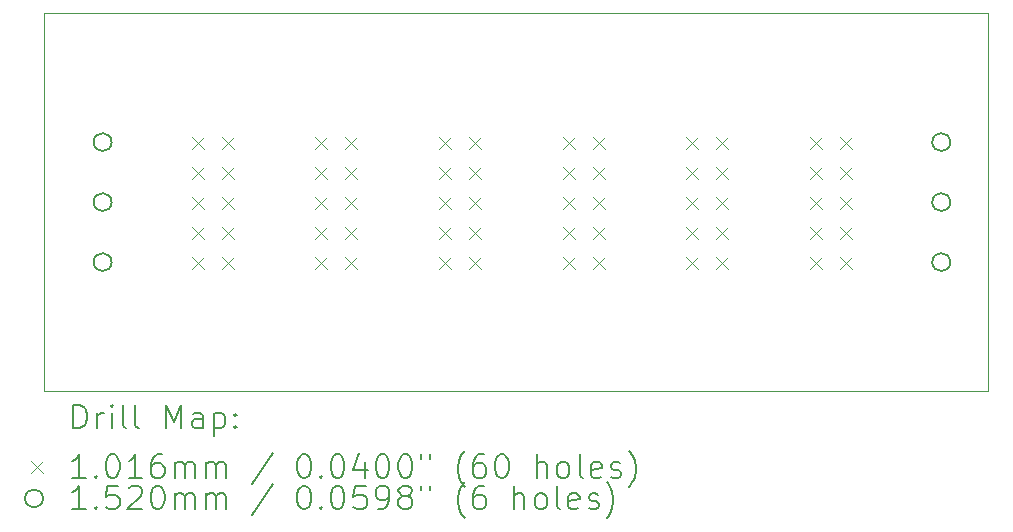
<source format=gbr>
%FSLAX45Y45*%
G04 Gerber Fmt 4.5, Leading zero omitted, Abs format (unit mm)*
G04 Created by KiCad (PCBNEW (6.0.0)) date 2022-01-31 19:36:31*
%MOMM*%
%LPD*%
G01*
G04 APERTURE LIST*
%TA.AperFunction,Profile*%
%ADD10C,0.100000*%
%TD*%
%ADD11C,0.200000*%
%ADD12C,0.101600*%
%ADD13C,0.152000*%
G04 APERTURE END LIST*
D10*
X10000000Y-6700000D02*
X18000000Y-6700000D01*
X18000000Y-6700000D02*
X18000000Y-9900000D01*
X18000000Y-9900000D02*
X10000000Y-9900000D01*
X10000000Y-9900000D02*
X10000000Y-6700000D01*
D11*
D12*
X11255200Y-7749200D02*
X11356800Y-7850800D01*
X11356800Y-7749200D02*
X11255200Y-7850800D01*
X11255200Y-8003200D02*
X11356800Y-8104800D01*
X11356800Y-8003200D02*
X11255200Y-8104800D01*
X11255200Y-8257200D02*
X11356800Y-8358800D01*
X11356800Y-8257200D02*
X11255200Y-8358800D01*
X11255200Y-8511200D02*
X11356800Y-8612800D01*
X11356800Y-8511200D02*
X11255200Y-8612800D01*
X11255200Y-8765200D02*
X11356800Y-8866800D01*
X11356800Y-8765200D02*
X11255200Y-8866800D01*
X11509200Y-7749200D02*
X11610800Y-7850800D01*
X11610800Y-7749200D02*
X11509200Y-7850800D01*
X11509200Y-8003200D02*
X11610800Y-8104800D01*
X11610800Y-8003200D02*
X11509200Y-8104800D01*
X11509200Y-8257200D02*
X11610800Y-8358800D01*
X11610800Y-8257200D02*
X11509200Y-8358800D01*
X11509200Y-8511200D02*
X11610800Y-8612800D01*
X11610800Y-8511200D02*
X11509200Y-8612800D01*
X11509200Y-8765200D02*
X11610800Y-8866800D01*
X11610800Y-8765200D02*
X11509200Y-8866800D01*
X12302200Y-7749200D02*
X12403800Y-7850800D01*
X12403800Y-7749200D02*
X12302200Y-7850800D01*
X12302200Y-8003200D02*
X12403800Y-8104800D01*
X12403800Y-8003200D02*
X12302200Y-8104800D01*
X12302200Y-8257200D02*
X12403800Y-8358800D01*
X12403800Y-8257200D02*
X12302200Y-8358800D01*
X12302200Y-8511200D02*
X12403800Y-8612800D01*
X12403800Y-8511200D02*
X12302200Y-8612800D01*
X12302200Y-8765200D02*
X12403800Y-8866800D01*
X12403800Y-8765200D02*
X12302200Y-8866800D01*
X12556200Y-7749200D02*
X12657800Y-7850800D01*
X12657800Y-7749200D02*
X12556200Y-7850800D01*
X12556200Y-8003200D02*
X12657800Y-8104800D01*
X12657800Y-8003200D02*
X12556200Y-8104800D01*
X12556200Y-8257200D02*
X12657800Y-8358800D01*
X12657800Y-8257200D02*
X12556200Y-8358800D01*
X12556200Y-8511200D02*
X12657800Y-8612800D01*
X12657800Y-8511200D02*
X12556200Y-8612800D01*
X12556200Y-8765200D02*
X12657800Y-8866800D01*
X12657800Y-8765200D02*
X12556200Y-8866800D01*
X13349200Y-7749200D02*
X13450800Y-7850800D01*
X13450800Y-7749200D02*
X13349200Y-7850800D01*
X13349200Y-8003200D02*
X13450800Y-8104800D01*
X13450800Y-8003200D02*
X13349200Y-8104800D01*
X13349200Y-8257200D02*
X13450800Y-8358800D01*
X13450800Y-8257200D02*
X13349200Y-8358800D01*
X13349200Y-8511200D02*
X13450800Y-8612800D01*
X13450800Y-8511200D02*
X13349200Y-8612800D01*
X13349200Y-8765200D02*
X13450800Y-8866800D01*
X13450800Y-8765200D02*
X13349200Y-8866800D01*
X13603200Y-7749200D02*
X13704800Y-7850800D01*
X13704800Y-7749200D02*
X13603200Y-7850800D01*
X13603200Y-8003200D02*
X13704800Y-8104800D01*
X13704800Y-8003200D02*
X13603200Y-8104800D01*
X13603200Y-8257200D02*
X13704800Y-8358800D01*
X13704800Y-8257200D02*
X13603200Y-8358800D01*
X13603200Y-8511200D02*
X13704800Y-8612800D01*
X13704800Y-8511200D02*
X13603200Y-8612800D01*
X13603200Y-8765200D02*
X13704800Y-8866800D01*
X13704800Y-8765200D02*
X13603200Y-8866800D01*
X14396200Y-7749200D02*
X14497800Y-7850800D01*
X14497800Y-7749200D02*
X14396200Y-7850800D01*
X14396200Y-8003200D02*
X14497800Y-8104800D01*
X14497800Y-8003200D02*
X14396200Y-8104800D01*
X14396200Y-8257200D02*
X14497800Y-8358800D01*
X14497800Y-8257200D02*
X14396200Y-8358800D01*
X14396200Y-8511200D02*
X14497800Y-8612800D01*
X14497800Y-8511200D02*
X14396200Y-8612800D01*
X14396200Y-8765200D02*
X14497800Y-8866800D01*
X14497800Y-8765200D02*
X14396200Y-8866800D01*
X14650200Y-7749200D02*
X14751800Y-7850800D01*
X14751800Y-7749200D02*
X14650200Y-7850800D01*
X14650200Y-8003200D02*
X14751800Y-8104800D01*
X14751800Y-8003200D02*
X14650200Y-8104800D01*
X14650200Y-8257200D02*
X14751800Y-8358800D01*
X14751800Y-8257200D02*
X14650200Y-8358800D01*
X14650200Y-8511200D02*
X14751800Y-8612800D01*
X14751800Y-8511200D02*
X14650200Y-8612800D01*
X14650200Y-8765200D02*
X14751800Y-8866800D01*
X14751800Y-8765200D02*
X14650200Y-8866800D01*
X15443200Y-7749200D02*
X15544800Y-7850800D01*
X15544800Y-7749200D02*
X15443200Y-7850800D01*
X15443200Y-8003200D02*
X15544800Y-8104800D01*
X15544800Y-8003200D02*
X15443200Y-8104800D01*
X15443200Y-8257200D02*
X15544800Y-8358800D01*
X15544800Y-8257200D02*
X15443200Y-8358800D01*
X15443200Y-8511200D02*
X15544800Y-8612800D01*
X15544800Y-8511200D02*
X15443200Y-8612800D01*
X15443200Y-8765200D02*
X15544800Y-8866800D01*
X15544800Y-8765200D02*
X15443200Y-8866800D01*
X15697200Y-7749200D02*
X15798800Y-7850800D01*
X15798800Y-7749200D02*
X15697200Y-7850800D01*
X15697200Y-8003200D02*
X15798800Y-8104800D01*
X15798800Y-8003200D02*
X15697200Y-8104800D01*
X15697200Y-8257200D02*
X15798800Y-8358800D01*
X15798800Y-8257200D02*
X15697200Y-8358800D01*
X15697200Y-8511200D02*
X15798800Y-8612800D01*
X15798800Y-8511200D02*
X15697200Y-8612800D01*
X15697200Y-8765200D02*
X15798800Y-8866800D01*
X15798800Y-8765200D02*
X15697200Y-8866800D01*
X16490200Y-7749200D02*
X16591800Y-7850800D01*
X16591800Y-7749200D02*
X16490200Y-7850800D01*
X16490200Y-8003200D02*
X16591800Y-8104800D01*
X16591800Y-8003200D02*
X16490200Y-8104800D01*
X16490200Y-8257200D02*
X16591800Y-8358800D01*
X16591800Y-8257200D02*
X16490200Y-8358800D01*
X16490200Y-8511200D02*
X16591800Y-8612800D01*
X16591800Y-8511200D02*
X16490200Y-8612800D01*
X16490200Y-8765200D02*
X16591800Y-8866800D01*
X16591800Y-8765200D02*
X16490200Y-8866800D01*
X16744200Y-7749200D02*
X16845800Y-7850800D01*
X16845800Y-7749200D02*
X16744200Y-7850800D01*
X16744200Y-8003200D02*
X16845800Y-8104800D01*
X16845800Y-8003200D02*
X16744200Y-8104800D01*
X16744200Y-8257200D02*
X16845800Y-8358800D01*
X16845800Y-8257200D02*
X16744200Y-8358800D01*
X16744200Y-8511200D02*
X16845800Y-8612800D01*
X16845800Y-8511200D02*
X16744200Y-8612800D01*
X16744200Y-8765200D02*
X16845800Y-8866800D01*
X16845800Y-8765200D02*
X16744200Y-8866800D01*
D13*
X10576000Y-7792000D02*
G75*
G03*
X10576000Y-7792000I-76000J0D01*
G01*
X10576000Y-8300000D02*
G75*
G03*
X10576000Y-8300000I-76000J0D01*
G01*
X10576000Y-8808000D02*
G75*
G03*
X10576000Y-8808000I-76000J0D01*
G01*
X17676000Y-7792000D02*
G75*
G03*
X17676000Y-7792000I-76000J0D01*
G01*
X17676000Y-8300000D02*
G75*
G03*
X17676000Y-8300000I-76000J0D01*
G01*
X17676000Y-8808000D02*
G75*
G03*
X17676000Y-8808000I-76000J0D01*
G01*
D11*
X10252619Y-10215476D02*
X10252619Y-10015476D01*
X10300238Y-10015476D01*
X10328810Y-10025000D01*
X10347857Y-10044048D01*
X10357381Y-10063095D01*
X10366905Y-10101190D01*
X10366905Y-10129762D01*
X10357381Y-10167857D01*
X10347857Y-10186905D01*
X10328810Y-10205952D01*
X10300238Y-10215476D01*
X10252619Y-10215476D01*
X10452619Y-10215476D02*
X10452619Y-10082143D01*
X10452619Y-10120238D02*
X10462143Y-10101190D01*
X10471667Y-10091667D01*
X10490714Y-10082143D01*
X10509762Y-10082143D01*
X10576429Y-10215476D02*
X10576429Y-10082143D01*
X10576429Y-10015476D02*
X10566905Y-10025000D01*
X10576429Y-10034524D01*
X10585952Y-10025000D01*
X10576429Y-10015476D01*
X10576429Y-10034524D01*
X10700238Y-10215476D02*
X10681190Y-10205952D01*
X10671667Y-10186905D01*
X10671667Y-10015476D01*
X10805000Y-10215476D02*
X10785952Y-10205952D01*
X10776429Y-10186905D01*
X10776429Y-10015476D01*
X11033571Y-10215476D02*
X11033571Y-10015476D01*
X11100238Y-10158333D01*
X11166905Y-10015476D01*
X11166905Y-10215476D01*
X11347857Y-10215476D02*
X11347857Y-10110714D01*
X11338333Y-10091667D01*
X11319286Y-10082143D01*
X11281190Y-10082143D01*
X11262143Y-10091667D01*
X11347857Y-10205952D02*
X11328809Y-10215476D01*
X11281190Y-10215476D01*
X11262143Y-10205952D01*
X11252619Y-10186905D01*
X11252619Y-10167857D01*
X11262143Y-10148810D01*
X11281190Y-10139286D01*
X11328809Y-10139286D01*
X11347857Y-10129762D01*
X11443095Y-10082143D02*
X11443095Y-10282143D01*
X11443095Y-10091667D02*
X11462143Y-10082143D01*
X11500238Y-10082143D01*
X11519286Y-10091667D01*
X11528809Y-10101190D01*
X11538333Y-10120238D01*
X11538333Y-10177381D01*
X11528809Y-10196429D01*
X11519286Y-10205952D01*
X11500238Y-10215476D01*
X11462143Y-10215476D01*
X11443095Y-10205952D01*
X11624048Y-10196429D02*
X11633571Y-10205952D01*
X11624048Y-10215476D01*
X11614524Y-10205952D01*
X11624048Y-10196429D01*
X11624048Y-10215476D01*
X11624048Y-10091667D02*
X11633571Y-10101190D01*
X11624048Y-10110714D01*
X11614524Y-10101190D01*
X11624048Y-10091667D01*
X11624048Y-10110714D01*
D12*
X9893400Y-10494200D02*
X9995000Y-10595800D01*
X9995000Y-10494200D02*
X9893400Y-10595800D01*
D11*
X10357381Y-10635476D02*
X10243095Y-10635476D01*
X10300238Y-10635476D02*
X10300238Y-10435476D01*
X10281190Y-10464048D01*
X10262143Y-10483095D01*
X10243095Y-10492619D01*
X10443095Y-10616429D02*
X10452619Y-10625952D01*
X10443095Y-10635476D01*
X10433571Y-10625952D01*
X10443095Y-10616429D01*
X10443095Y-10635476D01*
X10576429Y-10435476D02*
X10595476Y-10435476D01*
X10614524Y-10445000D01*
X10624048Y-10454524D01*
X10633571Y-10473571D01*
X10643095Y-10511667D01*
X10643095Y-10559286D01*
X10633571Y-10597381D01*
X10624048Y-10616429D01*
X10614524Y-10625952D01*
X10595476Y-10635476D01*
X10576429Y-10635476D01*
X10557381Y-10625952D01*
X10547857Y-10616429D01*
X10538333Y-10597381D01*
X10528810Y-10559286D01*
X10528810Y-10511667D01*
X10538333Y-10473571D01*
X10547857Y-10454524D01*
X10557381Y-10445000D01*
X10576429Y-10435476D01*
X10833571Y-10635476D02*
X10719286Y-10635476D01*
X10776429Y-10635476D02*
X10776429Y-10435476D01*
X10757381Y-10464048D01*
X10738333Y-10483095D01*
X10719286Y-10492619D01*
X11005000Y-10435476D02*
X10966905Y-10435476D01*
X10947857Y-10445000D01*
X10938333Y-10454524D01*
X10919286Y-10483095D01*
X10909762Y-10521190D01*
X10909762Y-10597381D01*
X10919286Y-10616429D01*
X10928810Y-10625952D01*
X10947857Y-10635476D01*
X10985952Y-10635476D01*
X11005000Y-10625952D01*
X11014524Y-10616429D01*
X11024048Y-10597381D01*
X11024048Y-10549762D01*
X11014524Y-10530714D01*
X11005000Y-10521190D01*
X10985952Y-10511667D01*
X10947857Y-10511667D01*
X10928810Y-10521190D01*
X10919286Y-10530714D01*
X10909762Y-10549762D01*
X11109762Y-10635476D02*
X11109762Y-10502143D01*
X11109762Y-10521190D02*
X11119286Y-10511667D01*
X11138333Y-10502143D01*
X11166905Y-10502143D01*
X11185952Y-10511667D01*
X11195476Y-10530714D01*
X11195476Y-10635476D01*
X11195476Y-10530714D02*
X11205000Y-10511667D01*
X11224048Y-10502143D01*
X11252619Y-10502143D01*
X11271667Y-10511667D01*
X11281190Y-10530714D01*
X11281190Y-10635476D01*
X11376428Y-10635476D02*
X11376428Y-10502143D01*
X11376428Y-10521190D02*
X11385952Y-10511667D01*
X11405000Y-10502143D01*
X11433571Y-10502143D01*
X11452619Y-10511667D01*
X11462143Y-10530714D01*
X11462143Y-10635476D01*
X11462143Y-10530714D02*
X11471667Y-10511667D01*
X11490714Y-10502143D01*
X11519286Y-10502143D01*
X11538333Y-10511667D01*
X11547857Y-10530714D01*
X11547857Y-10635476D01*
X11938333Y-10425952D02*
X11766905Y-10683095D01*
X12195476Y-10435476D02*
X12214524Y-10435476D01*
X12233571Y-10445000D01*
X12243095Y-10454524D01*
X12252619Y-10473571D01*
X12262143Y-10511667D01*
X12262143Y-10559286D01*
X12252619Y-10597381D01*
X12243095Y-10616429D01*
X12233571Y-10625952D01*
X12214524Y-10635476D01*
X12195476Y-10635476D01*
X12176428Y-10625952D01*
X12166905Y-10616429D01*
X12157381Y-10597381D01*
X12147857Y-10559286D01*
X12147857Y-10511667D01*
X12157381Y-10473571D01*
X12166905Y-10454524D01*
X12176428Y-10445000D01*
X12195476Y-10435476D01*
X12347857Y-10616429D02*
X12357381Y-10625952D01*
X12347857Y-10635476D01*
X12338333Y-10625952D01*
X12347857Y-10616429D01*
X12347857Y-10635476D01*
X12481190Y-10435476D02*
X12500238Y-10435476D01*
X12519286Y-10445000D01*
X12528809Y-10454524D01*
X12538333Y-10473571D01*
X12547857Y-10511667D01*
X12547857Y-10559286D01*
X12538333Y-10597381D01*
X12528809Y-10616429D01*
X12519286Y-10625952D01*
X12500238Y-10635476D01*
X12481190Y-10635476D01*
X12462143Y-10625952D01*
X12452619Y-10616429D01*
X12443095Y-10597381D01*
X12433571Y-10559286D01*
X12433571Y-10511667D01*
X12443095Y-10473571D01*
X12452619Y-10454524D01*
X12462143Y-10445000D01*
X12481190Y-10435476D01*
X12719286Y-10502143D02*
X12719286Y-10635476D01*
X12671667Y-10425952D02*
X12624048Y-10568810D01*
X12747857Y-10568810D01*
X12862143Y-10435476D02*
X12881190Y-10435476D01*
X12900238Y-10445000D01*
X12909762Y-10454524D01*
X12919286Y-10473571D01*
X12928809Y-10511667D01*
X12928809Y-10559286D01*
X12919286Y-10597381D01*
X12909762Y-10616429D01*
X12900238Y-10625952D01*
X12881190Y-10635476D01*
X12862143Y-10635476D01*
X12843095Y-10625952D01*
X12833571Y-10616429D01*
X12824048Y-10597381D01*
X12814524Y-10559286D01*
X12814524Y-10511667D01*
X12824048Y-10473571D01*
X12833571Y-10454524D01*
X12843095Y-10445000D01*
X12862143Y-10435476D01*
X13052619Y-10435476D02*
X13071667Y-10435476D01*
X13090714Y-10445000D01*
X13100238Y-10454524D01*
X13109762Y-10473571D01*
X13119286Y-10511667D01*
X13119286Y-10559286D01*
X13109762Y-10597381D01*
X13100238Y-10616429D01*
X13090714Y-10625952D01*
X13071667Y-10635476D01*
X13052619Y-10635476D01*
X13033571Y-10625952D01*
X13024048Y-10616429D01*
X13014524Y-10597381D01*
X13005000Y-10559286D01*
X13005000Y-10511667D01*
X13014524Y-10473571D01*
X13024048Y-10454524D01*
X13033571Y-10445000D01*
X13052619Y-10435476D01*
X13195476Y-10435476D02*
X13195476Y-10473571D01*
X13271667Y-10435476D02*
X13271667Y-10473571D01*
X13566905Y-10711667D02*
X13557381Y-10702143D01*
X13538333Y-10673571D01*
X13528809Y-10654524D01*
X13519286Y-10625952D01*
X13509762Y-10578333D01*
X13509762Y-10540238D01*
X13519286Y-10492619D01*
X13528809Y-10464048D01*
X13538333Y-10445000D01*
X13557381Y-10416429D01*
X13566905Y-10406905D01*
X13728809Y-10435476D02*
X13690714Y-10435476D01*
X13671667Y-10445000D01*
X13662143Y-10454524D01*
X13643095Y-10483095D01*
X13633571Y-10521190D01*
X13633571Y-10597381D01*
X13643095Y-10616429D01*
X13652619Y-10625952D01*
X13671667Y-10635476D01*
X13709762Y-10635476D01*
X13728809Y-10625952D01*
X13738333Y-10616429D01*
X13747857Y-10597381D01*
X13747857Y-10549762D01*
X13738333Y-10530714D01*
X13728809Y-10521190D01*
X13709762Y-10511667D01*
X13671667Y-10511667D01*
X13652619Y-10521190D01*
X13643095Y-10530714D01*
X13633571Y-10549762D01*
X13871667Y-10435476D02*
X13890714Y-10435476D01*
X13909762Y-10445000D01*
X13919286Y-10454524D01*
X13928809Y-10473571D01*
X13938333Y-10511667D01*
X13938333Y-10559286D01*
X13928809Y-10597381D01*
X13919286Y-10616429D01*
X13909762Y-10625952D01*
X13890714Y-10635476D01*
X13871667Y-10635476D01*
X13852619Y-10625952D01*
X13843095Y-10616429D01*
X13833571Y-10597381D01*
X13824048Y-10559286D01*
X13824048Y-10511667D01*
X13833571Y-10473571D01*
X13843095Y-10454524D01*
X13852619Y-10445000D01*
X13871667Y-10435476D01*
X14176428Y-10635476D02*
X14176428Y-10435476D01*
X14262143Y-10635476D02*
X14262143Y-10530714D01*
X14252619Y-10511667D01*
X14233571Y-10502143D01*
X14205000Y-10502143D01*
X14185952Y-10511667D01*
X14176428Y-10521190D01*
X14385952Y-10635476D02*
X14366905Y-10625952D01*
X14357381Y-10616429D01*
X14347857Y-10597381D01*
X14347857Y-10540238D01*
X14357381Y-10521190D01*
X14366905Y-10511667D01*
X14385952Y-10502143D01*
X14414524Y-10502143D01*
X14433571Y-10511667D01*
X14443095Y-10521190D01*
X14452619Y-10540238D01*
X14452619Y-10597381D01*
X14443095Y-10616429D01*
X14433571Y-10625952D01*
X14414524Y-10635476D01*
X14385952Y-10635476D01*
X14566905Y-10635476D02*
X14547857Y-10625952D01*
X14538333Y-10606905D01*
X14538333Y-10435476D01*
X14719286Y-10625952D02*
X14700238Y-10635476D01*
X14662143Y-10635476D01*
X14643095Y-10625952D01*
X14633571Y-10606905D01*
X14633571Y-10530714D01*
X14643095Y-10511667D01*
X14662143Y-10502143D01*
X14700238Y-10502143D01*
X14719286Y-10511667D01*
X14728809Y-10530714D01*
X14728809Y-10549762D01*
X14633571Y-10568810D01*
X14805000Y-10625952D02*
X14824048Y-10635476D01*
X14862143Y-10635476D01*
X14881190Y-10625952D01*
X14890714Y-10606905D01*
X14890714Y-10597381D01*
X14881190Y-10578333D01*
X14862143Y-10568810D01*
X14833571Y-10568810D01*
X14814524Y-10559286D01*
X14805000Y-10540238D01*
X14805000Y-10530714D01*
X14814524Y-10511667D01*
X14833571Y-10502143D01*
X14862143Y-10502143D01*
X14881190Y-10511667D01*
X14957381Y-10711667D02*
X14966905Y-10702143D01*
X14985952Y-10673571D01*
X14995476Y-10654524D01*
X15005000Y-10625952D01*
X15014524Y-10578333D01*
X15014524Y-10540238D01*
X15005000Y-10492619D01*
X14995476Y-10464048D01*
X14985952Y-10445000D01*
X14966905Y-10416429D01*
X14957381Y-10406905D01*
D13*
X9995000Y-10809000D02*
G75*
G03*
X9995000Y-10809000I-76000J0D01*
G01*
D11*
X10357381Y-10899476D02*
X10243095Y-10899476D01*
X10300238Y-10899476D02*
X10300238Y-10699476D01*
X10281190Y-10728048D01*
X10262143Y-10747095D01*
X10243095Y-10756619D01*
X10443095Y-10880429D02*
X10452619Y-10889952D01*
X10443095Y-10899476D01*
X10433571Y-10889952D01*
X10443095Y-10880429D01*
X10443095Y-10899476D01*
X10633571Y-10699476D02*
X10538333Y-10699476D01*
X10528810Y-10794714D01*
X10538333Y-10785190D01*
X10557381Y-10775667D01*
X10605000Y-10775667D01*
X10624048Y-10785190D01*
X10633571Y-10794714D01*
X10643095Y-10813762D01*
X10643095Y-10861381D01*
X10633571Y-10880429D01*
X10624048Y-10889952D01*
X10605000Y-10899476D01*
X10557381Y-10899476D01*
X10538333Y-10889952D01*
X10528810Y-10880429D01*
X10719286Y-10718524D02*
X10728810Y-10709000D01*
X10747857Y-10699476D01*
X10795476Y-10699476D01*
X10814524Y-10709000D01*
X10824048Y-10718524D01*
X10833571Y-10737571D01*
X10833571Y-10756619D01*
X10824048Y-10785190D01*
X10709762Y-10899476D01*
X10833571Y-10899476D01*
X10957381Y-10699476D02*
X10976429Y-10699476D01*
X10995476Y-10709000D01*
X11005000Y-10718524D01*
X11014524Y-10737571D01*
X11024048Y-10775667D01*
X11024048Y-10823286D01*
X11014524Y-10861381D01*
X11005000Y-10880429D01*
X10995476Y-10889952D01*
X10976429Y-10899476D01*
X10957381Y-10899476D01*
X10938333Y-10889952D01*
X10928810Y-10880429D01*
X10919286Y-10861381D01*
X10909762Y-10823286D01*
X10909762Y-10775667D01*
X10919286Y-10737571D01*
X10928810Y-10718524D01*
X10938333Y-10709000D01*
X10957381Y-10699476D01*
X11109762Y-10899476D02*
X11109762Y-10766143D01*
X11109762Y-10785190D02*
X11119286Y-10775667D01*
X11138333Y-10766143D01*
X11166905Y-10766143D01*
X11185952Y-10775667D01*
X11195476Y-10794714D01*
X11195476Y-10899476D01*
X11195476Y-10794714D02*
X11205000Y-10775667D01*
X11224048Y-10766143D01*
X11252619Y-10766143D01*
X11271667Y-10775667D01*
X11281190Y-10794714D01*
X11281190Y-10899476D01*
X11376428Y-10899476D02*
X11376428Y-10766143D01*
X11376428Y-10785190D02*
X11385952Y-10775667D01*
X11405000Y-10766143D01*
X11433571Y-10766143D01*
X11452619Y-10775667D01*
X11462143Y-10794714D01*
X11462143Y-10899476D01*
X11462143Y-10794714D02*
X11471667Y-10775667D01*
X11490714Y-10766143D01*
X11519286Y-10766143D01*
X11538333Y-10775667D01*
X11547857Y-10794714D01*
X11547857Y-10899476D01*
X11938333Y-10689952D02*
X11766905Y-10947095D01*
X12195476Y-10699476D02*
X12214524Y-10699476D01*
X12233571Y-10709000D01*
X12243095Y-10718524D01*
X12252619Y-10737571D01*
X12262143Y-10775667D01*
X12262143Y-10823286D01*
X12252619Y-10861381D01*
X12243095Y-10880429D01*
X12233571Y-10889952D01*
X12214524Y-10899476D01*
X12195476Y-10899476D01*
X12176428Y-10889952D01*
X12166905Y-10880429D01*
X12157381Y-10861381D01*
X12147857Y-10823286D01*
X12147857Y-10775667D01*
X12157381Y-10737571D01*
X12166905Y-10718524D01*
X12176428Y-10709000D01*
X12195476Y-10699476D01*
X12347857Y-10880429D02*
X12357381Y-10889952D01*
X12347857Y-10899476D01*
X12338333Y-10889952D01*
X12347857Y-10880429D01*
X12347857Y-10899476D01*
X12481190Y-10699476D02*
X12500238Y-10699476D01*
X12519286Y-10709000D01*
X12528809Y-10718524D01*
X12538333Y-10737571D01*
X12547857Y-10775667D01*
X12547857Y-10823286D01*
X12538333Y-10861381D01*
X12528809Y-10880429D01*
X12519286Y-10889952D01*
X12500238Y-10899476D01*
X12481190Y-10899476D01*
X12462143Y-10889952D01*
X12452619Y-10880429D01*
X12443095Y-10861381D01*
X12433571Y-10823286D01*
X12433571Y-10775667D01*
X12443095Y-10737571D01*
X12452619Y-10718524D01*
X12462143Y-10709000D01*
X12481190Y-10699476D01*
X12728809Y-10699476D02*
X12633571Y-10699476D01*
X12624048Y-10794714D01*
X12633571Y-10785190D01*
X12652619Y-10775667D01*
X12700238Y-10775667D01*
X12719286Y-10785190D01*
X12728809Y-10794714D01*
X12738333Y-10813762D01*
X12738333Y-10861381D01*
X12728809Y-10880429D01*
X12719286Y-10889952D01*
X12700238Y-10899476D01*
X12652619Y-10899476D01*
X12633571Y-10889952D01*
X12624048Y-10880429D01*
X12833571Y-10899476D02*
X12871667Y-10899476D01*
X12890714Y-10889952D01*
X12900238Y-10880429D01*
X12919286Y-10851857D01*
X12928809Y-10813762D01*
X12928809Y-10737571D01*
X12919286Y-10718524D01*
X12909762Y-10709000D01*
X12890714Y-10699476D01*
X12852619Y-10699476D01*
X12833571Y-10709000D01*
X12824048Y-10718524D01*
X12814524Y-10737571D01*
X12814524Y-10785190D01*
X12824048Y-10804238D01*
X12833571Y-10813762D01*
X12852619Y-10823286D01*
X12890714Y-10823286D01*
X12909762Y-10813762D01*
X12919286Y-10804238D01*
X12928809Y-10785190D01*
X13043095Y-10785190D02*
X13024048Y-10775667D01*
X13014524Y-10766143D01*
X13005000Y-10747095D01*
X13005000Y-10737571D01*
X13014524Y-10718524D01*
X13024048Y-10709000D01*
X13043095Y-10699476D01*
X13081190Y-10699476D01*
X13100238Y-10709000D01*
X13109762Y-10718524D01*
X13119286Y-10737571D01*
X13119286Y-10747095D01*
X13109762Y-10766143D01*
X13100238Y-10775667D01*
X13081190Y-10785190D01*
X13043095Y-10785190D01*
X13024048Y-10794714D01*
X13014524Y-10804238D01*
X13005000Y-10823286D01*
X13005000Y-10861381D01*
X13014524Y-10880429D01*
X13024048Y-10889952D01*
X13043095Y-10899476D01*
X13081190Y-10899476D01*
X13100238Y-10889952D01*
X13109762Y-10880429D01*
X13119286Y-10861381D01*
X13119286Y-10823286D01*
X13109762Y-10804238D01*
X13100238Y-10794714D01*
X13081190Y-10785190D01*
X13195476Y-10699476D02*
X13195476Y-10737571D01*
X13271667Y-10699476D02*
X13271667Y-10737571D01*
X13566905Y-10975667D02*
X13557381Y-10966143D01*
X13538333Y-10937571D01*
X13528809Y-10918524D01*
X13519286Y-10889952D01*
X13509762Y-10842333D01*
X13509762Y-10804238D01*
X13519286Y-10756619D01*
X13528809Y-10728048D01*
X13538333Y-10709000D01*
X13557381Y-10680429D01*
X13566905Y-10670905D01*
X13728809Y-10699476D02*
X13690714Y-10699476D01*
X13671667Y-10709000D01*
X13662143Y-10718524D01*
X13643095Y-10747095D01*
X13633571Y-10785190D01*
X13633571Y-10861381D01*
X13643095Y-10880429D01*
X13652619Y-10889952D01*
X13671667Y-10899476D01*
X13709762Y-10899476D01*
X13728809Y-10889952D01*
X13738333Y-10880429D01*
X13747857Y-10861381D01*
X13747857Y-10813762D01*
X13738333Y-10794714D01*
X13728809Y-10785190D01*
X13709762Y-10775667D01*
X13671667Y-10775667D01*
X13652619Y-10785190D01*
X13643095Y-10794714D01*
X13633571Y-10813762D01*
X13985952Y-10899476D02*
X13985952Y-10699476D01*
X14071667Y-10899476D02*
X14071667Y-10794714D01*
X14062143Y-10775667D01*
X14043095Y-10766143D01*
X14014524Y-10766143D01*
X13995476Y-10775667D01*
X13985952Y-10785190D01*
X14195476Y-10899476D02*
X14176428Y-10889952D01*
X14166905Y-10880429D01*
X14157381Y-10861381D01*
X14157381Y-10804238D01*
X14166905Y-10785190D01*
X14176428Y-10775667D01*
X14195476Y-10766143D01*
X14224048Y-10766143D01*
X14243095Y-10775667D01*
X14252619Y-10785190D01*
X14262143Y-10804238D01*
X14262143Y-10861381D01*
X14252619Y-10880429D01*
X14243095Y-10889952D01*
X14224048Y-10899476D01*
X14195476Y-10899476D01*
X14376428Y-10899476D02*
X14357381Y-10889952D01*
X14347857Y-10870905D01*
X14347857Y-10699476D01*
X14528809Y-10889952D02*
X14509762Y-10899476D01*
X14471667Y-10899476D01*
X14452619Y-10889952D01*
X14443095Y-10870905D01*
X14443095Y-10794714D01*
X14452619Y-10775667D01*
X14471667Y-10766143D01*
X14509762Y-10766143D01*
X14528809Y-10775667D01*
X14538333Y-10794714D01*
X14538333Y-10813762D01*
X14443095Y-10832810D01*
X14614524Y-10889952D02*
X14633571Y-10899476D01*
X14671667Y-10899476D01*
X14690714Y-10889952D01*
X14700238Y-10870905D01*
X14700238Y-10861381D01*
X14690714Y-10842333D01*
X14671667Y-10832810D01*
X14643095Y-10832810D01*
X14624048Y-10823286D01*
X14614524Y-10804238D01*
X14614524Y-10794714D01*
X14624048Y-10775667D01*
X14643095Y-10766143D01*
X14671667Y-10766143D01*
X14690714Y-10775667D01*
X14766905Y-10975667D02*
X14776428Y-10966143D01*
X14795476Y-10937571D01*
X14805000Y-10918524D01*
X14814524Y-10889952D01*
X14824048Y-10842333D01*
X14824048Y-10804238D01*
X14814524Y-10756619D01*
X14805000Y-10728048D01*
X14795476Y-10709000D01*
X14776428Y-10680429D01*
X14766905Y-10670905D01*
M02*

</source>
